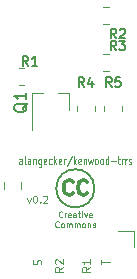
<source format=gbr>
%TF.GenerationSoftware,KiCad,Pcbnew,5.1.10*%
%TF.CreationDate,2021-05-14T23:01:05+02:00*%
%TF.ProjectId,kenwood-trrs,6b656e77-6f6f-4642-9d74-7272732e6b69,rev?*%
%TF.SameCoordinates,Original*%
%TF.FileFunction,Legend,Top*%
%TF.FilePolarity,Positive*%
%FSLAX46Y46*%
G04 Gerber Fmt 4.6, Leading zero omitted, Abs format (unit mm)*
G04 Created by KiCad (PCBNEW 5.1.10) date 2021-05-14 23:01:05*
%MOMM*%
%LPD*%
G01*
G04 APERTURE LIST*
%ADD10C,0.100000*%
%ADD11C,0.200000*%
%ADD12C,0.300000*%
%ADD13C,0.120000*%
%ADD14C,0.150000*%
G04 APERTURE END LIST*
D10*
X156616666Y-95900000D02*
X156616666Y-95500000D01*
X157316666Y-95700000D02*
X156616666Y-95700000D01*
X155666666Y-96116666D02*
X155333333Y-96350000D01*
X155666666Y-96516666D02*
X154966666Y-96516666D01*
X154966666Y-96250000D01*
X155000000Y-96183333D01*
X155033333Y-96150000D01*
X155100000Y-96116666D01*
X155200000Y-96116666D01*
X155266666Y-96150000D01*
X155300000Y-96183333D01*
X155333333Y-96250000D01*
X155333333Y-96516666D01*
X155666666Y-95450000D02*
X155666666Y-95850000D01*
X155666666Y-95650000D02*
X154966666Y-95650000D01*
X155066666Y-95716666D01*
X155133333Y-95783333D01*
X155166666Y-95850000D01*
X153366666Y-96116666D02*
X153033333Y-96350000D01*
X153366666Y-96516666D02*
X152666666Y-96516666D01*
X152666666Y-96250000D01*
X152700000Y-96183333D01*
X152733333Y-96150000D01*
X152800000Y-96116666D01*
X152900000Y-96116666D01*
X152966666Y-96150000D01*
X153000000Y-96183333D01*
X153033333Y-96250000D01*
X153033333Y-96516666D01*
X152733333Y-95850000D02*
X152700000Y-95816666D01*
X152666666Y-95750000D01*
X152666666Y-95583333D01*
X152700000Y-95516666D01*
X152733333Y-95483333D01*
X152800000Y-95450000D01*
X152866666Y-95450000D01*
X152966666Y-95483333D01*
X153366666Y-95883333D01*
X153366666Y-95450000D01*
X151483333Y-95900000D02*
X151516666Y-95800000D01*
X151516666Y-95633333D01*
X151483333Y-95566666D01*
X151450000Y-95533333D01*
X151383333Y-95500000D01*
X151316666Y-95500000D01*
X151250000Y-95533333D01*
X151216666Y-95566666D01*
X151183333Y-95633333D01*
X151150000Y-95766666D01*
X151116666Y-95833333D01*
X151083333Y-95866666D01*
X151016666Y-95900000D01*
X150950000Y-95900000D01*
X150883333Y-95866666D01*
X150850000Y-95833333D01*
X150816666Y-95766666D01*
X150816666Y-95600000D01*
X150850000Y-95500000D01*
X153292857Y-91853571D02*
X153269047Y-91877380D01*
X153197619Y-91901190D01*
X153150000Y-91901190D01*
X153078571Y-91877380D01*
X153030952Y-91829761D01*
X153007142Y-91782142D01*
X152983333Y-91686904D01*
X152983333Y-91615476D01*
X153007142Y-91520238D01*
X153030952Y-91472619D01*
X153078571Y-91425000D01*
X153150000Y-91401190D01*
X153197619Y-91401190D01*
X153269047Y-91425000D01*
X153292857Y-91448809D01*
X153507142Y-91901190D02*
X153507142Y-91567857D01*
X153507142Y-91663095D02*
X153530952Y-91615476D01*
X153554761Y-91591666D01*
X153602380Y-91567857D01*
X153650000Y-91567857D01*
X154007142Y-91877380D02*
X153959523Y-91901190D01*
X153864285Y-91901190D01*
X153816666Y-91877380D01*
X153792857Y-91829761D01*
X153792857Y-91639285D01*
X153816666Y-91591666D01*
X153864285Y-91567857D01*
X153959523Y-91567857D01*
X154007142Y-91591666D01*
X154030952Y-91639285D01*
X154030952Y-91686904D01*
X153792857Y-91734523D01*
X154459523Y-91901190D02*
X154459523Y-91639285D01*
X154435714Y-91591666D01*
X154388095Y-91567857D01*
X154292857Y-91567857D01*
X154245238Y-91591666D01*
X154459523Y-91877380D02*
X154411904Y-91901190D01*
X154292857Y-91901190D01*
X154245238Y-91877380D01*
X154221428Y-91829761D01*
X154221428Y-91782142D01*
X154245238Y-91734523D01*
X154292857Y-91710714D01*
X154411904Y-91710714D01*
X154459523Y-91686904D01*
X154626190Y-91567857D02*
X154816666Y-91567857D01*
X154697619Y-91401190D02*
X154697619Y-91829761D01*
X154721428Y-91877380D01*
X154769047Y-91901190D01*
X154816666Y-91901190D01*
X154983333Y-91901190D02*
X154983333Y-91567857D01*
X154983333Y-91401190D02*
X154959523Y-91425000D01*
X154983333Y-91448809D01*
X155007142Y-91425000D01*
X154983333Y-91401190D01*
X154983333Y-91448809D01*
X155173809Y-91567857D02*
X155292857Y-91901190D01*
X155411904Y-91567857D01*
X155792857Y-91877380D02*
X155745238Y-91901190D01*
X155650000Y-91901190D01*
X155602380Y-91877380D01*
X155578571Y-91829761D01*
X155578571Y-91639285D01*
X155602380Y-91591666D01*
X155650000Y-91567857D01*
X155745238Y-91567857D01*
X155792857Y-91591666D01*
X155816666Y-91639285D01*
X155816666Y-91686904D01*
X155578571Y-91734523D01*
X153007142Y-92703571D02*
X152983333Y-92727380D01*
X152911904Y-92751190D01*
X152864285Y-92751190D01*
X152792857Y-92727380D01*
X152745238Y-92679761D01*
X152721428Y-92632142D01*
X152697619Y-92536904D01*
X152697619Y-92465476D01*
X152721428Y-92370238D01*
X152745238Y-92322619D01*
X152792857Y-92275000D01*
X152864285Y-92251190D01*
X152911904Y-92251190D01*
X152983333Y-92275000D01*
X153007142Y-92298809D01*
X153292857Y-92751190D02*
X153245238Y-92727380D01*
X153221428Y-92703571D01*
X153197619Y-92655952D01*
X153197619Y-92513095D01*
X153221428Y-92465476D01*
X153245238Y-92441666D01*
X153292857Y-92417857D01*
X153364285Y-92417857D01*
X153411904Y-92441666D01*
X153435714Y-92465476D01*
X153459523Y-92513095D01*
X153459523Y-92655952D01*
X153435714Y-92703571D01*
X153411904Y-92727380D01*
X153364285Y-92751190D01*
X153292857Y-92751190D01*
X153673809Y-92751190D02*
X153673809Y-92417857D01*
X153673809Y-92465476D02*
X153697619Y-92441666D01*
X153745238Y-92417857D01*
X153816666Y-92417857D01*
X153864285Y-92441666D01*
X153888095Y-92489285D01*
X153888095Y-92751190D01*
X153888095Y-92489285D02*
X153911904Y-92441666D01*
X153959523Y-92417857D01*
X154030952Y-92417857D01*
X154078571Y-92441666D01*
X154102380Y-92489285D01*
X154102380Y-92751190D01*
X154340476Y-92751190D02*
X154340476Y-92417857D01*
X154340476Y-92465476D02*
X154364285Y-92441666D01*
X154411904Y-92417857D01*
X154483333Y-92417857D01*
X154530952Y-92441666D01*
X154554761Y-92489285D01*
X154554761Y-92751190D01*
X154554761Y-92489285D02*
X154578571Y-92441666D01*
X154626190Y-92417857D01*
X154697619Y-92417857D01*
X154745238Y-92441666D01*
X154769047Y-92489285D01*
X154769047Y-92751190D01*
X155078571Y-92751190D02*
X155030952Y-92727380D01*
X155007142Y-92703571D01*
X154983333Y-92655952D01*
X154983333Y-92513095D01*
X155007142Y-92465476D01*
X155030952Y-92441666D01*
X155078571Y-92417857D01*
X155150000Y-92417857D01*
X155197619Y-92441666D01*
X155221428Y-92465476D01*
X155245238Y-92513095D01*
X155245238Y-92655952D01*
X155221428Y-92703571D01*
X155197619Y-92727380D01*
X155150000Y-92751190D01*
X155078571Y-92751190D01*
X155459523Y-92417857D02*
X155459523Y-92751190D01*
X155459523Y-92465476D02*
X155483333Y-92441666D01*
X155530952Y-92417857D01*
X155602380Y-92417857D01*
X155650000Y-92441666D01*
X155673809Y-92489285D01*
X155673809Y-92751190D01*
X155888095Y-92727380D02*
X155935714Y-92751190D01*
X156030952Y-92751190D01*
X156078571Y-92727380D01*
X156102380Y-92679761D01*
X156102380Y-92655952D01*
X156078571Y-92608333D01*
X156030952Y-92584523D01*
X155959523Y-92584523D01*
X155911904Y-92560714D01*
X155888095Y-92513095D01*
X155888095Y-92489285D01*
X155911904Y-92441666D01*
X155959523Y-92417857D01*
X156030952Y-92417857D01*
X156078571Y-92441666D01*
X150342857Y-90271428D02*
X150485714Y-90671428D01*
X150628571Y-90271428D01*
X150971428Y-90071428D02*
X151028571Y-90071428D01*
X151085714Y-90100000D01*
X151114285Y-90128571D01*
X151142857Y-90185714D01*
X151171428Y-90300000D01*
X151171428Y-90442857D01*
X151142857Y-90557142D01*
X151114285Y-90614285D01*
X151085714Y-90642857D01*
X151028571Y-90671428D01*
X150971428Y-90671428D01*
X150914285Y-90642857D01*
X150885714Y-90614285D01*
X150857142Y-90557142D01*
X150828571Y-90442857D01*
X150828571Y-90300000D01*
X150857142Y-90185714D01*
X150885714Y-90128571D01*
X150914285Y-90100000D01*
X150971428Y-90071428D01*
X151428571Y-90614285D02*
X151457142Y-90642857D01*
X151428571Y-90671428D01*
X151400000Y-90642857D01*
X151428571Y-90614285D01*
X151428571Y-90671428D01*
X151685714Y-90128571D02*
X151714285Y-90100000D01*
X151771428Y-90071428D01*
X151914285Y-90071428D01*
X151971428Y-90100000D01*
X152000000Y-90128571D01*
X152028571Y-90185714D01*
X152028571Y-90242857D01*
X152000000Y-90328571D01*
X151657142Y-90671428D01*
X152028571Y-90671428D01*
X149888095Y-87416666D02*
X149888095Y-87050000D01*
X149864285Y-86983333D01*
X149816666Y-86950000D01*
X149721428Y-86950000D01*
X149673809Y-86983333D01*
X149888095Y-87383333D02*
X149840476Y-87416666D01*
X149721428Y-87416666D01*
X149673809Y-87383333D01*
X149650000Y-87316666D01*
X149650000Y-87250000D01*
X149673809Y-87183333D01*
X149721428Y-87150000D01*
X149840476Y-87150000D01*
X149888095Y-87116666D01*
X150197619Y-87416666D02*
X150150000Y-87383333D01*
X150126190Y-87316666D01*
X150126190Y-86716666D01*
X150602380Y-87416666D02*
X150602380Y-87050000D01*
X150578571Y-86983333D01*
X150530952Y-86950000D01*
X150435714Y-86950000D01*
X150388095Y-86983333D01*
X150602380Y-87383333D02*
X150554761Y-87416666D01*
X150435714Y-87416666D01*
X150388095Y-87383333D01*
X150364285Y-87316666D01*
X150364285Y-87250000D01*
X150388095Y-87183333D01*
X150435714Y-87150000D01*
X150554761Y-87150000D01*
X150602380Y-87116666D01*
X150840476Y-86950000D02*
X150840476Y-87416666D01*
X150840476Y-87016666D02*
X150864285Y-86983333D01*
X150911904Y-86950000D01*
X150983333Y-86950000D01*
X151030952Y-86983333D01*
X151054761Y-87050000D01*
X151054761Y-87416666D01*
X151507142Y-86950000D02*
X151507142Y-87516666D01*
X151483333Y-87583333D01*
X151459523Y-87616666D01*
X151411904Y-87650000D01*
X151340476Y-87650000D01*
X151292857Y-87616666D01*
X151507142Y-87383333D02*
X151459523Y-87416666D01*
X151364285Y-87416666D01*
X151316666Y-87383333D01*
X151292857Y-87350000D01*
X151269047Y-87283333D01*
X151269047Y-87083333D01*
X151292857Y-87016666D01*
X151316666Y-86983333D01*
X151364285Y-86950000D01*
X151459523Y-86950000D01*
X151507142Y-86983333D01*
X151935714Y-87383333D02*
X151888095Y-87416666D01*
X151792857Y-87416666D01*
X151745238Y-87383333D01*
X151721428Y-87316666D01*
X151721428Y-87050000D01*
X151745238Y-86983333D01*
X151792857Y-86950000D01*
X151888095Y-86950000D01*
X151935714Y-86983333D01*
X151959523Y-87050000D01*
X151959523Y-87116666D01*
X151721428Y-87183333D01*
X152388095Y-87383333D02*
X152340476Y-87416666D01*
X152245238Y-87416666D01*
X152197619Y-87383333D01*
X152173809Y-87350000D01*
X152150000Y-87283333D01*
X152150000Y-87083333D01*
X152173809Y-87016666D01*
X152197619Y-86983333D01*
X152245238Y-86950000D01*
X152340476Y-86950000D01*
X152388095Y-86983333D01*
X152602380Y-87416666D02*
X152602380Y-86716666D01*
X152650000Y-87150000D02*
X152792857Y-87416666D01*
X152792857Y-86950000D02*
X152602380Y-87216666D01*
X153197619Y-87383333D02*
X153150000Y-87416666D01*
X153054761Y-87416666D01*
X153007142Y-87383333D01*
X152983333Y-87316666D01*
X152983333Y-87050000D01*
X153007142Y-86983333D01*
X153054761Y-86950000D01*
X153150000Y-86950000D01*
X153197619Y-86983333D01*
X153221428Y-87050000D01*
X153221428Y-87116666D01*
X152983333Y-87183333D01*
X153435714Y-87416666D02*
X153435714Y-86950000D01*
X153435714Y-87083333D02*
X153459523Y-87016666D01*
X153483333Y-86983333D01*
X153530952Y-86950000D01*
X153578571Y-86950000D01*
X154102380Y-86683333D02*
X153673809Y-87583333D01*
X154269047Y-87416666D02*
X154269047Y-86716666D01*
X154316666Y-87150000D02*
X154459523Y-87416666D01*
X154459523Y-86950000D02*
X154269047Y-87216666D01*
X154864285Y-87383333D02*
X154816666Y-87416666D01*
X154721428Y-87416666D01*
X154673809Y-87383333D01*
X154650000Y-87316666D01*
X154650000Y-87050000D01*
X154673809Y-86983333D01*
X154721428Y-86950000D01*
X154816666Y-86950000D01*
X154864285Y-86983333D01*
X154888095Y-87050000D01*
X154888095Y-87116666D01*
X154650000Y-87183333D01*
X155102380Y-86950000D02*
X155102380Y-87416666D01*
X155102380Y-87016666D02*
X155126190Y-86983333D01*
X155173809Y-86950000D01*
X155245238Y-86950000D01*
X155292857Y-86983333D01*
X155316666Y-87050000D01*
X155316666Y-87416666D01*
X155507142Y-86950000D02*
X155602380Y-87416666D01*
X155697619Y-87083333D01*
X155792857Y-87416666D01*
X155888095Y-86950000D01*
X156150000Y-87416666D02*
X156102380Y-87383333D01*
X156078571Y-87350000D01*
X156054761Y-87283333D01*
X156054761Y-87083333D01*
X156078571Y-87016666D01*
X156102380Y-86983333D01*
X156150000Y-86950000D01*
X156221428Y-86950000D01*
X156269047Y-86983333D01*
X156292857Y-87016666D01*
X156316666Y-87083333D01*
X156316666Y-87283333D01*
X156292857Y-87350000D01*
X156269047Y-87383333D01*
X156221428Y-87416666D01*
X156150000Y-87416666D01*
X156602380Y-87416666D02*
X156554761Y-87383333D01*
X156530952Y-87350000D01*
X156507142Y-87283333D01*
X156507142Y-87083333D01*
X156530952Y-87016666D01*
X156554761Y-86983333D01*
X156602380Y-86950000D01*
X156673809Y-86950000D01*
X156721428Y-86983333D01*
X156745238Y-87016666D01*
X156769047Y-87083333D01*
X156769047Y-87283333D01*
X156745238Y-87350000D01*
X156721428Y-87383333D01*
X156673809Y-87416666D01*
X156602380Y-87416666D01*
X157197619Y-87416666D02*
X157197619Y-86716666D01*
X157197619Y-87383333D02*
X157150000Y-87416666D01*
X157054761Y-87416666D01*
X157007142Y-87383333D01*
X156983333Y-87350000D01*
X156959523Y-87283333D01*
X156959523Y-87083333D01*
X156983333Y-87016666D01*
X157007142Y-86983333D01*
X157054761Y-86950000D01*
X157150000Y-86950000D01*
X157197619Y-86983333D01*
X157435714Y-87150000D02*
X157816666Y-87150000D01*
X157983333Y-86950000D02*
X158173809Y-86950000D01*
X158054761Y-86716666D02*
X158054761Y-87316666D01*
X158078571Y-87383333D01*
X158126190Y-87416666D01*
X158173809Y-87416666D01*
X158340476Y-87416666D02*
X158340476Y-86950000D01*
X158340476Y-87083333D02*
X158364285Y-87016666D01*
X158388095Y-86983333D01*
X158435714Y-86950000D01*
X158483333Y-86950000D01*
X158650000Y-87416666D02*
X158650000Y-86950000D01*
X158650000Y-87083333D02*
X158673809Y-87016666D01*
X158697619Y-86983333D01*
X158745238Y-86950000D01*
X158792857Y-86950000D01*
X158935714Y-87383333D02*
X158983333Y-87416666D01*
X159078571Y-87416666D01*
X159126190Y-87383333D01*
X159150000Y-87316666D01*
X159150000Y-87283333D01*
X159126190Y-87216666D01*
X159078571Y-87183333D01*
X159007142Y-87183333D01*
X158959523Y-87150000D01*
X158935714Y-87083333D01*
X158935714Y-87050000D01*
X158959523Y-86983333D01*
X159007142Y-86950000D01*
X159078571Y-86950000D01*
X159126190Y-86983333D01*
D11*
X156012452Y-89452451D02*
G75*
G03*
X156012452Y-89452451I-1612452J0D01*
G01*
D12*
X154171428Y-89868571D02*
X154114285Y-89925714D01*
X153942857Y-89982857D01*
X153828571Y-89982857D01*
X153657142Y-89925714D01*
X153542857Y-89811428D01*
X153485714Y-89697142D01*
X153428571Y-89468571D01*
X153428571Y-89297142D01*
X153485714Y-89068571D01*
X153542857Y-88954285D01*
X153657142Y-88840000D01*
X153828571Y-88782857D01*
X153942857Y-88782857D01*
X154114285Y-88840000D01*
X154171428Y-88897142D01*
X155371428Y-89868571D02*
X155314285Y-89925714D01*
X155142857Y-89982857D01*
X155028571Y-89982857D01*
X154857142Y-89925714D01*
X154742857Y-89811428D01*
X154685714Y-89697142D01*
X154628571Y-89468571D01*
X154628571Y-89297142D01*
X154685714Y-89068571D01*
X154742857Y-88954285D01*
X154857142Y-88840000D01*
X155028571Y-88782857D01*
X155142857Y-88782857D01*
X155314285Y-88840000D01*
X155371428Y-88897142D01*
D13*
%TO.C,Q1*%
X153880000Y-81390000D02*
X153880000Y-82850000D01*
X150720000Y-81390000D02*
X150720000Y-84550000D01*
X150720000Y-81390000D02*
X151650000Y-81390000D01*
X153880000Y-81390000D02*
X152950000Y-81390000D01*
%TO.C,R5*%
X156865000Y-82935064D02*
X156865000Y-82480936D01*
X158335000Y-82935064D02*
X158335000Y-82480936D01*
%TO.C,R4*%
X154565000Y-82935064D02*
X154565000Y-82480936D01*
X156035000Y-82935064D02*
X156035000Y-82480936D01*
%TO.C,R1*%
X150077064Y-80735000D02*
X149622936Y-80735000D01*
X150077064Y-79265000D02*
X149622936Y-79265000D01*
%TO.C,C2*%
X149833000Y-88958748D02*
X149833000Y-89481252D01*
X148363000Y-88958748D02*
X148363000Y-89481252D01*
%TO.C,J1*%
X158000000Y-93070000D02*
X159330000Y-93070000D01*
X159330000Y-93070000D02*
X159330000Y-94400000D01*
%TO.C,R3*%
X157286252Y-78090000D02*
X156763748Y-78090000D01*
X157286252Y-79510000D02*
X156763748Y-79510000D01*
%TO.C,R2*%
X157286252Y-74090000D02*
X156763748Y-74090000D01*
X157286252Y-75510000D02*
X156763748Y-75510000D01*
%TO.C,Q1*%
D14*
X150347619Y-82245238D02*
X150300000Y-82340476D01*
X150204761Y-82435714D01*
X150061904Y-82578571D01*
X150014285Y-82673809D01*
X150014285Y-82769047D01*
X150252380Y-82721428D02*
X150204761Y-82816666D01*
X150109523Y-82911904D01*
X149919047Y-82959523D01*
X149585714Y-82959523D01*
X149395238Y-82911904D01*
X149300000Y-82816666D01*
X149252380Y-82721428D01*
X149252380Y-82530952D01*
X149300000Y-82435714D01*
X149395238Y-82340476D01*
X149585714Y-82292857D01*
X149919047Y-82292857D01*
X150109523Y-82340476D01*
X150204761Y-82435714D01*
X150252380Y-82530952D01*
X150252380Y-82721428D01*
X150252380Y-81340476D02*
X150252380Y-81911904D01*
X150252380Y-81626190D02*
X149252380Y-81626190D01*
X149395238Y-81721428D01*
X149490476Y-81816666D01*
X149538095Y-81911904D01*
%TO.C,R5*%
X157466666Y-80861904D02*
X157200000Y-80480952D01*
X157009523Y-80861904D02*
X157009523Y-80061904D01*
X157314285Y-80061904D01*
X157390476Y-80100000D01*
X157428571Y-80138095D01*
X157466666Y-80214285D01*
X157466666Y-80328571D01*
X157428571Y-80404761D01*
X157390476Y-80442857D01*
X157314285Y-80480952D01*
X157009523Y-80480952D01*
X158190476Y-80061904D02*
X157809523Y-80061904D01*
X157771428Y-80442857D01*
X157809523Y-80404761D01*
X157885714Y-80366666D01*
X158076190Y-80366666D01*
X158152380Y-80404761D01*
X158190476Y-80442857D01*
X158228571Y-80519047D01*
X158228571Y-80709523D01*
X158190476Y-80785714D01*
X158152380Y-80823809D01*
X158076190Y-80861904D01*
X157885714Y-80861904D01*
X157809523Y-80823809D01*
X157771428Y-80785714D01*
%TO.C,R4*%
X155166666Y-80861904D02*
X154900000Y-80480952D01*
X154709523Y-80861904D02*
X154709523Y-80061904D01*
X155014285Y-80061904D01*
X155090476Y-80100000D01*
X155128571Y-80138095D01*
X155166666Y-80214285D01*
X155166666Y-80328571D01*
X155128571Y-80404761D01*
X155090476Y-80442857D01*
X155014285Y-80480952D01*
X154709523Y-80480952D01*
X155852380Y-80328571D02*
X155852380Y-80861904D01*
X155661904Y-80023809D02*
X155471428Y-80595238D01*
X155966666Y-80595238D01*
%TO.C,R1*%
X150416666Y-79061904D02*
X150150000Y-78680952D01*
X149959523Y-79061904D02*
X149959523Y-78261904D01*
X150264285Y-78261904D01*
X150340476Y-78300000D01*
X150378571Y-78338095D01*
X150416666Y-78414285D01*
X150416666Y-78528571D01*
X150378571Y-78604761D01*
X150340476Y-78642857D01*
X150264285Y-78680952D01*
X149959523Y-78680952D01*
X151178571Y-79061904D02*
X150721428Y-79061904D01*
X150950000Y-79061904D02*
X150950000Y-78261904D01*
X150873809Y-78376190D01*
X150797619Y-78452380D01*
X150721428Y-78490476D01*
%TO.C,R3*%
X157866666Y-77761904D02*
X157600000Y-77380952D01*
X157409523Y-77761904D02*
X157409523Y-76961904D01*
X157714285Y-76961904D01*
X157790476Y-77000000D01*
X157828571Y-77038095D01*
X157866666Y-77114285D01*
X157866666Y-77228571D01*
X157828571Y-77304761D01*
X157790476Y-77342857D01*
X157714285Y-77380952D01*
X157409523Y-77380952D01*
X158133333Y-76961904D02*
X158628571Y-76961904D01*
X158361904Y-77266666D01*
X158476190Y-77266666D01*
X158552380Y-77304761D01*
X158590476Y-77342857D01*
X158628571Y-77419047D01*
X158628571Y-77609523D01*
X158590476Y-77685714D01*
X158552380Y-77723809D01*
X158476190Y-77761904D01*
X158247619Y-77761904D01*
X158171428Y-77723809D01*
X158133333Y-77685714D01*
%TO.C,R2*%
X157866666Y-76761904D02*
X157600000Y-76380952D01*
X157409523Y-76761904D02*
X157409523Y-75961904D01*
X157714285Y-75961904D01*
X157790476Y-76000000D01*
X157828571Y-76038095D01*
X157866666Y-76114285D01*
X157866666Y-76228571D01*
X157828571Y-76304761D01*
X157790476Y-76342857D01*
X157714285Y-76380952D01*
X157409523Y-76380952D01*
X158171428Y-76038095D02*
X158209523Y-76000000D01*
X158285714Y-75961904D01*
X158476190Y-75961904D01*
X158552380Y-76000000D01*
X158590476Y-76038095D01*
X158628571Y-76114285D01*
X158628571Y-76190476D01*
X158590476Y-76304761D01*
X158133333Y-76761904D01*
X158628571Y-76761904D01*
%TD*%
M02*

</source>
